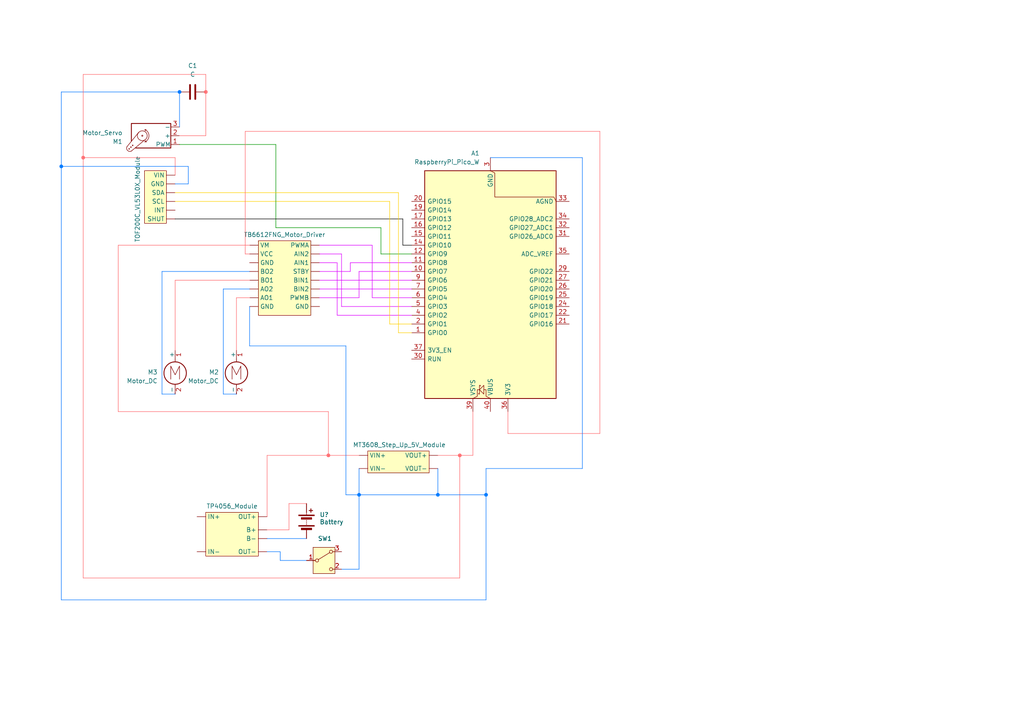
<source format=kicad_sch>
(kicad_sch (version 20250114) (generator "eeschema") (generator_version "9.0")
  (paper "A4")
  (lib_symbols
    (symbol "Device:Battery" (pin_numbers (hide yes)) (pin_names (offset 0) (hide yes))
      (property "Reference" "BT" (at 2.54 2.54 0))
      (property "Value" "Battery" (at 2.54 0 0))
      (symbol "Battery_0_1"
        (rectangle (start -2.286 1.778) (end 2.286 1.524) (fill (type outline)))
        (rectangle (start -2.286 -1.27) (end 2.286 -1.524) (fill (type outline)))
        (rectangle (start -1.524 1.016) (end 1.524 0.508) (fill (type outline)))
        (rectangle (start -1.524 -2.032) (end 1.524 -2.54) (fill (type outline)))
        (polyline (pts (xy 0 1.778) (xy 0 2.54)))
        (polyline (pts (xy 0 0) (xy 0 0.254)))
        (polyline (pts (xy 0 -0.508) (xy 0 -0.254)))
        (polyline (pts (xy 0 -1.016) (xy 0 -0.762)))
        (polyline (pts (xy 0.762 3.048) (xy 1.778 3.048)) (stroke (width 0.254)))
        (polyline (pts (xy 1.27 3.556) (xy 1.27 2.54)) (stroke (width 0.254)))
      )
      (symbol "Battery_1_1"
        (pin passive line (at 0 5.08 270) (length 2.54) (name "+") (number "1"))
        (pin passive line (at 0 -5.08 90) (length 2.54) (name "-") (number "2"))
      )
    )
    (symbol "Device:C" (pin_numbers (hide yes)) (pin_names (offset 0.254))
      (property "Reference" "C" (at 0.635 2.54 0))
      (property "Value" "C" (at 0.635 -2.54 0))
      (symbol "C_0_1"
        (polyline (pts (xy -2.032 0.762) (xy 2.032 0.762)) (stroke (width 0.508)))
        (polyline (pts (xy -2.032 -0.762) (xy 2.032 -0.762)) (stroke (width 0.508)))
      )
      (symbol "C_1_1"
        (pin passive line (at 0 3.81 270) (length 2.794) (name "~") (number "1"))
        (pin passive line (at 0 -3.81 90) (length 2.794) (name "~") (number "2"))
      )
    )
    (symbol "MCU_Module:RaspberryPi_Pico_W" (pin_names (offset 0.762))
      (property "Reference" "A" (at -19.05 35.56 0))
      (property "Value" "RaspberryPi_Pico_W" (at 7.62 35.56 0))
      (symbol "RaspberryPi_Pico_W_0_1"
        (rectangle (start -19.05 34.29) (end 19.05 -31.75) (stroke (width 0.254)) (fill (type background)))
        (polyline (pts (xy -5.08 34.29) (xy -3.81 33.655) (xy -3.81 31.75) (xy -3.175 31.75)))
        (polyline (pts (xy -3.429 32.766) (xy -3.429 33.02) (xy -3.175 33.02) (xy -3.175 30.48) (xy -2.921 30.48) (xy -2.921 30.734)))
        (polyline (pts (xy -3.175 31.75) (xy -1.905 33.02) (xy -1.905 30.48) (xy -3.175 31.75)))
        (polyline (pts (xy 0 34.29) (xy -1.27 33.655) (xy -1.27 31.75) (xy -1.905 31.75)))
        (polyline (pts (xy 0 -31.75) (xy 1.27 -31.115) (xy 1.27 -24.13) (xy 18.415 -24.13) (xy 19.05 -22.86)))
      )
      (symbol "RaspberryPi_Pico_W_1_1"
        (pin passive line (at -22.86 22.86 0) (length 3.81) (name "RUN") (number "30"))
        (pin passive line (at -22.86 20.32 0) (length 3.81) (name "3V3_EN") (number "37"))
        (pin bidirectional line (at -22.86 15.24 0) (length 3.81) (name "GPIO0") (number "1"))
        (pin bidirectional line (at -22.86 12.7 0) (length 3.81) (name "GPIO1") (number "2"))
        (pin bidirectional line (at -22.86 10.16 0) (length 3.81) (name "GPIO2") (number "4"))
        (pin bidirectional line (at -22.86 7.62 0) (length 3.81) (name "GPIO3") (number "5"))
        (pin bidirectional line (at -22.86 5.08 0) (length 3.81) (name "GPIO4") (number "6"))
        (pin bidirectional line (at -22.86 2.54 0) (length 3.81) (name "GPIO5") (number "7"))
        (pin bidirectional line (at -22.86 0 0) (length 3.81) (name "GPIO6") (number "9"))
        (pin bidirectional line (at -22.86 -2.54 0) (length 3.81) (name "GPIO7") (number "10"))
        (pin bidirectional line (at -22.86 -5.08 0) (length 3.81) (name "GPIO8") (number "11"))
        (pin bidirectional line (at -22.86 -7.62 0) (length 3.81) (name "GPIO9") (number "12"))
        (pin bidirectional line (at -22.86 -10.16 0) (length 3.81) (name "GPIO10") (number "14"))
        (pin bidirectional line (at -22.86 -12.7 0) (length 3.81) (name "GPIO11") (number "15"))
        (pin bidirectional line (at -22.86 -15.24 0) (length 3.81) (name "GPIO12") (number "16"))
        (pin bidirectional line (at -22.86 -17.78 0) (length 3.81) (name "GPIO13") (number "17"))
        (pin bidirectional line (at -22.86 -20.32 0) (length 3.81) (name "GPIO14") (number "19"))
        (pin bidirectional line (at -22.86 -22.86 0) (length 3.81) (name "GPIO15") (number "20"))
        (pin power_in line (at -5.08 38.1 270) (length 3.81) (name "VSYS") (number "39"))
        (pin power_out line (at 0 38.1 270) (length 3.81) (name "VBUS") (number "40"))
        (pin passive line (at 0 -35.56 90) (length 3.81) (hide yes) (name "GND") (number "13"))
        (pin passive line (at 0 -35.56 90) (length 3.81) (hide yes) (name "GND") (number "18"))
        (pin passive line (at 0 -35.56 90) (length 3.81) (hide yes) (name "GND") (number "23"))
        (pin passive line (at 0 -35.56 90) (length 3.81) (hide yes) (name "GND") (number "28"))
        (pin power_out line (at 0 -35.56 90) (length 3.81) (name "GND") (number "3"))
        (pin passive line (at 0 -35.56 90) (length 3.81) (hide yes) (name "GND") (number "38"))
        (pin passive line (at 0 -35.56 90) (length 3.81) (hide yes) (name "GND") (number "8"))
        (pin power_out line (at 5.08 38.1 270) (length 3.81) (name "3V3") (number "36"))
        (pin bidirectional line (at 22.86 12.7 180) (length 3.81) (name "GPIO16") (number "21"))
        (pin bidirectional line (at 22.86 10.16 180) (length 3.81) (name "GPIO17") (number "22"))
        (pin bidirectional line (at 22.86 7.62 180) (length 3.81) (name "GPIO18") (number "24"))
        (pin bidirectional line (at 22.86 5.08 180) (length 3.81) (name "GPIO19") (number "25"))
        (pin bidirectional line (at 22.86 2.54 180) (length 3.81) (name "GPIO20") (number "26"))
        (pin bidirectional line (at 22.86 0 180) (length 3.81) (name "GPIO21") (number "27"))
        (pin bidirectional line (at 22.86 -2.54 180) (length 3.81) (name "GPIO22") (number "29"))
        (pin power_in line (at 22.86 -7.62 180) (length 3.81) (name "ADC_VREF") (number "35"))
        (pin bidirectional line (at 22.86 -12.7 180) (length 3.81) (name "GPIO26_ADC0") (number "31"))
        (pin bidirectional line (at 22.86 -15.24 180) (length 3.81) (name "GPIO27_ADC1") (number "32"))
        (pin bidirectional line (at 22.86 -17.78 180) (length 3.81) (name "GPIO28_ADC2") (number "34"))
        (pin power_out line (at 22.86 -22.86 180) (length 3.81) (name "AGND") (number "33"))
      )
    )
    (symbol "Motor:Motor_DC" (pin_names (offset 0))
      (property "Reference" "M" (at 2.54 2.54 0))
      (property "Value" "Motor_DC" (at 2.54 -5.08 0))
      (symbol "Motor_DC_0_0"
        (polyline (pts (xy -1.27 -3.302) (xy -1.27 0.508) (xy 0 -2.032) (xy 1.27 0.508) (xy 1.27 -3.302)))
      )
      (symbol "Motor_DC_0_1"
        (polyline (pts (xy 0 2.032) (xy 0 2.54)))
        (polyline (pts (xy 0 1.7272) (xy 0 2.0828)))
        (circle (center 0 -1.524) (radius 3.2512) (stroke (width 0.254)))
        (polyline (pts (xy 0 -4.7752) (xy 0 -5.1816)))
        (polyline (pts (xy 0 -7.62) (xy 0 -7.112)))
      )
      (symbol "Motor_DC_1_1"
        (pin passive line (at 0 5.08 270) (length 2.54) (name "+") (number "1"))
        (pin passive line (at 0 -7.62 90) (length 2.54) (name "-") (number "2"))
      )
    )
    (symbol "Motor:Motor_Servo" (pin_names (offset 0.0254))
      (property "Reference" "M" (at -5.08 4.445 0))
      (property "Value" "Motor_Servo" (at -5.08 -4.064 0))
      (symbol "Motor_Servo_0_1"
        (polyline (pts (xy 2.413 1.778) (xy 1.905 1.778)))
        (polyline (pts (xy 2.413 1.778) (xy 2.286 1.397)))
        (polyline (pts (xy 2.413 -1.778) (xy 2.032 -1.778)))
        (polyline (pts (xy 2.413 -1.778) (xy 2.286 -1.397)))
        (arc (start 2.413 -1.778) (mid 1.2406 0) (end 2.413 1.778))
        (circle (center 3.175 0) (radius 0.1778))
        (circle (center 3.175 0) (radius 1.4224))
        (polyline (pts (xy 5.08 3.556) (xy -5.08 3.556) (xy -5.08 -3.556) (xy 6.35 -3.556) (xy 6.35 1.524)) (stroke (width 0.254)))
        (circle (center 5.969 2.794) (radius 0.127))
        (polyline (pts (xy 6.35 4.445) (xy 2.54 1.27)))
        (circle (center 6.477 3.302) (radius 0.127))
        (arc (start 6.35 4.445) (mid 7.4487 4.2737) (end 7.62 3.175))
        (circle (center 6.985 3.81) (radius 0.127))
        (polyline (pts (xy 7.62 3.175) (xy 4.191 -1.016)))
      )
      (symbol "Motor_Servo_1_1"
        (pin passive line (at -7.62 2.54 0) (length 2.54) (name "PWM") (number "1"))
        (pin passive line (at -7.62 0 0) (length 2.54) (name "+") (number "2"))
        (pin passive line (at -7.62 -2.54 0) (length 2.54) (name "-") (number "3"))
      )
    )
    (symbol "Small_car_library:MT3608DC_Step_Up_Module"
      (property "Reference" "MT3608_Step_Up_5V_Module" (at -4.064 4.572 0))
      (symbol "MT3608DC_Step_Up_Module_1_1"
        (rectangle (start -12.7 2.54) (end 5.08 -3.81) (fill (type background)))
        (pin input line (at -15.24 1.27 0) (length 2.54) (name "VIN+") (number ""))
        (pin input line (at -15.24 -2.54 0) (length 2.54) (name "VIN-") (number ""))
        (pin input line (at 7.62 1.27 180) (length 2.54) (name "VOUT+") (number ""))
        (pin input line (at 7.62 -2.54 180) (length 2.54) (name "VOUT-") (number ""))
      )
    )
    (symbol "Small_car_library:TB6612FNG_Motor_Driver"
      (property "Reference" "TB6612FNG_Motor_Driver" (at 0 9.398 0))
      (symbol "TB6612FNG_Motor_Driver_1_1"
        (rectangle (start -7.62 7.62) (end 7.62 -13.97) (fill (type background)))
        (pin input line (at -10.16 6.35 0) (length 2.54) (name "PWMA") (number ""))
        (pin input line (at -10.16 3.81 0) (length 2.54) (name "AIN2") (number ""))
        (pin input line (at -10.16 1.27 0) (length 2.54) (name "AIN1") (number ""))
        (pin input line (at -10.16 -1.27 0) (length 2.54) (name "STBY") (number ""))
        (pin input line (at -10.16 -3.81 0) (length 2.54) (name "BIN1") (number ""))
        (pin input line (at -10.16 -6.35 0) (length 2.54) (name "BIN2") (number ""))
        (pin input line (at -10.16 -8.89 0) (length 2.54) (name "PWMB") (number ""))
        (pin input line (at -10.16 -11.43 0) (length 2.54) (name "GND") (number ""))
        (pin input line (at 10.16 6.35 180) (length 2.54) (name "VM") (number ""))
        (pin input line (at 10.16 3.81 180) (length 2.54) (name "VCC") (number ""))
        (pin input line (at 10.16 1.27 180) (length 2.54) (name "GND") (number ""))
        (pin input line (at 10.16 -1.27 180) (length 2.54) (name "BO2") (number ""))
        (pin input line (at 10.16 -3.81 180) (length 2.54) (name "BO1") (number ""))
        (pin input line (at 10.16 -6.35 180) (length 2.54) (name "AO2") (number ""))
        (pin input line (at 10.16 -8.89 180) (length 2.54) (name "AO1") (number ""))
        (pin input line (at 10.16 -11.43 180) (length 2.54) (name "GND") (number ""))
      )
    )
    (symbol "Small_car_library:TOF200C-VL53L0X"
      (property "Reference" "TOF200C_VL53L0X_Module" (at 0 5.334 0))
      (symbol "TOF200C-VL53L0X_1_1"
        (rectangle (start -7.62 3.81) (end 7.62 -2.54) (fill (type background)))
        (pin input line (at -6.35 -5.08 90) (length 2.54) (name "VIN") (number ""))
        (pin input line (at -3.81 -5.08 90) (length 2.54) (name "GND") (number ""))
        (pin input line (at -1.27 -5.08 90) (length 2.54) (name "SDA") (number ""))
        (pin input line (at 1.27 -5.08 90) (length 2.54) (name "SCL") (number ""))
        (pin input line (at 3.81 -5.08 90) (length 2.54) (name "INT") (number ""))
        (pin input line (at 6.35 -5.08 90) (length 2.54) (name "SHUT") (number ""))
      )
    )
    (symbol "Small_car_library:TP4056_Module"
      (property "Reference" "TP4056_Module" (at -2.54 7.112 0))
      (symbol "TP4056_Module_1_1"
        (rectangle (start -10.16 5.08) (end 5.08 -7.62) (fill (type background)))
        (pin input line (at -12.7 3.81 0) (length 2.54) (name "IN+") (number ""))
        (pin input line (at -12.7 -6.35 0) (length 2.54) (name "IN-") (number ""))
        (pin input line (at 7.62 3.81 180) (length 2.54) (name "OUT+") (number ""))
        (pin input line (at 7.62 0 180) (length 2.54) (name "B+") (number ""))
        (pin input line (at 7.62 -2.54 180) (length 2.54) (name "B-") (number ""))
        (pin input line (at 7.62 -6.35 180) (length 2.54) (name "OUT-") (number ""))
      )
    )
    (symbol "Switch:SW_Wuerth_450301014042" (pin_names (offset 1) (hide yes))
      (property "Reference" "SW" (at 0 5.08 0))
      (property "Value" "SW_Wuerth_450301014042" (at 0 -5.08 0))
      (symbol "SW_Wuerth_450301014042_0_1"
        (circle (center -2.032 0) (radius 0.4572))
        (polyline (pts (xy -1.651 0.254) (xy 1.651 2.286)))
        (circle (center 2.032 2.54) (radius 0.4572))
        (circle (center 2.032 -2.54) (radius 0.4572))
      )
      (symbol "SW_Wuerth_450301014042_1_1"
        (rectangle (start -3.175 3.81) (end 3.175 -3.81) (fill (type background)))
        (pin passive line (at -5.08 0 0) (length 2.54) (name "B") (number "1"))
        (pin passive line (at 5.08 2.54 180) (length 2.54) (name "A") (number "3"))
        (pin passive line (at 5.08 -2.54 180) (length 2.54) (name "C") (number "2"))
      )
    )
  )
  (junction (at 140.97 143.51) (color 0 116 255 1))
  (junction (at 17.78 48.26) (color 0 116 255 1))
  (junction (at 133.35 132.08) (color 255 106 110 1))
  (junction (at 52.07 26.67) (color 0 116 255 1))
  (junction (at 24.13 45.72) (color 255 106 110 1))
  (junction (at 95.25 132.08) (color 255 106 110 1))
  (junction (at 59.69 26.67) (color 255 106 110 1))
  (junction (at 104.14 143.51) (color 0 116 255 1))
  (junction (at 127 143.51) (color 0 116 255 1))
  (wire (pts (xy 50.8 58.42) (xy 113.03 58.42)) (stroke (width 0) (color 255 209 4 1)))
  (wire (pts (xy 116.84 63.5) (xy 116.84 71.12)) (stroke (width 0) (color 0 0 0 1)))
  (wire (pts (xy 127 143.51) (xy 140.97 143.51)) (stroke (width 0) (color 0 116 255 1)))
  (wire (pts (xy 24.13 167.64) (xy 133.35 167.64)) (stroke (width 0) (color 255 106 110 1)))
  (wire (pts (xy 34.29 71.12) (xy 72.39 71.12)) (stroke (width 0) (color 255 106 110 1)))
  (wire (pts (xy 100.33 100.33) (xy 100.33 143.51)) (stroke (width 0) (color 0 116 255 1)))
  (wire (pts (xy 52.07 39.37) (xy 59.69 39.37)) (stroke (width 0) (color 255 106 110 1)))
  (wire (pts (xy 92.71 86.36) (xy 104.14 86.36)) (stroke (width 0) (color 220 0 255 1)))
  (wire (pts (xy 77.47 149.86) (xy 77.47 132.08)) (stroke (width 0) (color 255 106 110 1)))
  (wire (pts (xy 34.29 119.38) (xy 34.29 71.12)) (stroke (width 0) (color 255 106 110 1)))
  (wire (pts (xy 77.47 156.21) (xy 88.9 156.21)) (stroke (width 0) (color 0 116 255 1)))
  (wire (pts (xy 24.13 167.64) (xy 24.13 45.72)) (stroke (width 0) (color 255 106 110 1)))
  (wire (pts (xy 64.77 83.82) (xy 72.39 83.82)) (stroke (width 0) (color 0 116 255 1)))
  (wire (pts (xy 88.9 146.05) (xy 83.82 146.05)) (stroke (width 0) (color 255 106 110 1)))
  (wire (pts (xy 50.8 101.6) (xy 50.8 81.28)) (stroke (width 0) (color 255 106 110 1)))
  (wire (pts (xy 107.95 71.12) (xy 107.95 86.36)) (stroke (width 0) (color 220 0 255 1)))
  (wire (pts (xy 64.77 114.3) (xy 64.77 83.82)) (stroke (width 0) (color 0 116 255 1)))
  (wire (pts (xy 50.8 114.3) (xy 46.99 114.3)) (stroke (width 0) (color 0 116 255 1)))
  (wire (pts (xy 104.14 143.51) (xy 127 143.51)) (stroke (width 0) (color 0 116 255 1)))
  (wire (pts (xy 140.97 143.51) (xy 140.97 173.99)) (stroke (width 0) (color 0 116 255 1)))
  (wire (pts (xy 54.61 53.34) (xy 54.61 48.26)) (stroke (width 0) (color 0 116 255 1)))
  (wire (pts (xy 71.12 73.66) (xy 72.39 73.66)) (stroke (width 0) (color 255 106 110 1)))
  (wire (pts (xy 81.28 162.56) (xy 88.9 162.56)) (stroke (width 0) (color 0 116 255 1)))
  (wire (pts (xy 77.47 160.02) (xy 81.28 160.02)) (stroke (width 0) (color 0 116 255 1)))
  (wire (pts (xy 80.01 66.04) (xy 110.49 66.04)))
  (wire (pts (xy 110.49 66.04) (xy 110.49 73.66)))
  (wire (pts (xy 50.8 45.72) (xy 50.8 50.8)) (stroke (width 0) (color 255 106 110 1)))
  (wire (pts (xy 127 132.08) (xy 133.35 132.08)) (stroke (width 0) (color 255 106 110 1)))
  (wire (pts (xy 92.71 78.74) (xy 101.6 78.74)) (stroke (width 0) (color 220 0 255 1)))
  (wire (pts (xy 104.14 78.74) (xy 119.38 78.74)) (stroke (width 0) (color 220 0 255 1)))
  (wire (pts (xy 17.78 173.99) (xy 17.78 48.26)) (stroke (width 0) (color 0 116 255 1)))
  (wire (pts (xy 50.8 53.34) (xy 54.61 53.34)) (stroke (width 0) (color 0 116 255 1)))
  (wire (pts (xy 24.13 21.59) (xy 59.69 21.59)) (stroke (width 0) (color 255 106 110 1)))
  (wire (pts (xy 50.8 63.5) (xy 116.84 63.5)) (stroke (width 0) (color 0 0 0 1)))
  (wire (pts (xy 115.57 96.52) (xy 115.57 55.88)) (stroke (width 0) (color 255 209 4 1)))
  (wire (pts (xy 52.07 26.67) (xy 52.07 36.83)) (stroke (width 0) (color 0 116 255 1)))
  (wire (pts (xy 97.79 76.2) (xy 97.79 91.44)) (stroke (width 0) (color 220 0 255 1)))
  (wire (pts (xy 80.01 41.91) (xy 80.01 66.04)))
  (wire (pts (xy 99.06 88.9) (xy 119.38 88.9)) (stroke (width 0) (color 220 0 255 1)))
  (wire (pts (xy 59.69 21.59) (xy 59.69 26.67)) (stroke (width 0) (color 255 106 110 1)))
  (wire (pts (xy 142.24 45.72) (xy 168.91 45.72)) (stroke (width 0) (color 0 116 255 1)))
  (wire (pts (xy 92.71 73.66) (xy 99.06 73.66)) (stroke (width 0) (color 220 0 255 1)))
  (wire (pts (xy 17.78 26.67) (xy 17.78 48.26)) (stroke (width 0) (color 0 116 255 1)))
  (wire (pts (xy 92.71 71.12) (xy 107.95 71.12)) (stroke (width 0) (color 220 0 255 1)))
  (wire (pts (xy 104.14 86.36) (xy 104.14 78.74)) (stroke (width 0) (color 220 0 255 1)))
  (wire (pts (xy 127 135.89) (xy 127 143.51)) (stroke (width 0) (color 0 116 255 1)))
  (wire (pts (xy 46.99 78.74) (xy 72.39 78.74)) (stroke (width 0) (color 0 116 255 1)))
  (wire (pts (xy 168.91 135.89) (xy 168.91 45.72)) (stroke (width 0) (color 0 116 255 1)))
  (wire (pts (xy 71.12 38.1) (xy 71.12 73.66)) (stroke (width 0) (color 255 106 110 1)))
  (wire (pts (xy 116.84 71.12) (xy 119.38 71.12)) (stroke (width 0) (color 0 0 0 1)))
  (wire (pts (xy 92.71 76.2) (xy 97.79 76.2)) (stroke (width 0) (color 220 0 255 1)))
  (wire (pts (xy 140.97 173.99) (xy 17.78 173.99)) (stroke (width 0) (color 0 116 255 1)))
  (wire (pts (xy 68.58 114.3) (xy 64.77 114.3)) (stroke (width 0) (color 0 116 255 1)))
  (wire (pts (xy 173.99 38.1) (xy 71.12 38.1)) (stroke (width 0) (color 255 106 110 1)))
  (wire (pts (xy 17.78 26.67) (xy 52.07 26.67)) (stroke (width 0) (color 0 116 255 1)))
  (wire (pts (xy 83.82 146.05) (xy 83.82 153.67)) (stroke (width 0) (color 255 106 110 1)))
  (wire (pts (xy 24.13 45.72) (xy 50.8 45.72)) (stroke (width 0) (color 255 106 110 1)))
  (wire (pts (xy 95.25 119.38) (xy 34.29 119.38)) (stroke (width 0) (color 255 106 110 1)))
  (wire (pts (xy 72.39 86.36) (xy 68.58 86.36)) (stroke (width 0) (color 255 106 110 1)))
  (wire (pts (xy 147.32 125.73) (xy 173.99 125.73)) (stroke (width 0) (color 255 106 110 1)))
  (wire (pts (xy 101.6 78.74) (xy 101.6 76.2)) (stroke (width 0) (color 220 0 255 1)))
  (wire (pts (xy 59.69 39.37) (xy 59.69 26.67)) (stroke (width 0) (color 255 106 110 1)))
  (wire (pts (xy 95.25 119.38) (xy 95.25 132.08)) (stroke (width 0) (color 255 106 110 1)))
  (wire (pts (xy 104.14 135.89) (xy 104.14 143.51)) (stroke (width 0) (color 0 116 255 1)))
  (wire (pts (xy 107.95 86.36) (xy 119.38 86.36)) (stroke (width 0) (color 220 0 255 1)))
  (wire (pts (xy 173.99 125.73) (xy 173.99 38.1)) (stroke (width 0) (color 255 106 110 1)))
  (wire (pts (xy 133.35 132.08) (xy 137.16 132.08)) (stroke (width 0) (color 255 106 110 1)))
  (wire (pts (xy 110.49 73.66) (xy 119.38 73.66)))
  (wire (pts (xy 81.28 160.02) (xy 81.28 162.56)) (stroke (width 0) (color 0 116 255 1)))
  (wire (pts (xy 24.13 21.59) (xy 24.13 45.72)) (stroke (width 0) (color 255 106 110 1)))
  (wire (pts (xy 140.97 135.89) (xy 140.97 143.51)) (stroke (width 0) (color 0 116 255 1)))
  (wire (pts (xy 99.06 165.1) (xy 104.14 165.1)) (stroke (width 0) (color 0 116 255 1)))
  (wire (pts (xy 104.14 143.51) (xy 104.14 165.1)) (stroke (width 0) (color 0 116 255 1)))
  (wire (pts (xy 100.33 143.51) (xy 104.14 143.51)) (stroke (width 0) (color 0 116 255 1)))
  (wire (pts (xy 50.8 81.28) (xy 72.39 81.28)) (stroke (width 0) (color 255 106 110 1)))
  (wire (pts (xy 46.99 114.3) (xy 46.99 78.74)) (stroke (width 0) (color 0 116 255 1)))
  (wire (pts (xy 68.58 101.6) (xy 68.58 86.36)) (stroke (width 0) (color 255 106 110 1)))
  (wire (pts (xy 95.25 132.08) (xy 104.14 132.08)) (stroke (width 0) (color 255 106 110 1)))
  (wire (pts (xy 147.32 119.38) (xy 147.32 125.73)) (stroke (width 0) (color 255 106 110 1)))
  (wire (pts (xy 101.6 76.2) (xy 119.38 76.2)) (stroke (width 0) (color 220 0 255 1)))
  (wire (pts (xy 72.39 100.33) (xy 100.33 100.33)) (stroke (width 0) (color 0 116 255 1)))
  (wire (pts (xy 72.39 88.9) (xy 72.39 100.33)) (stroke (width 0) (color 0 116 255 1)))
  (wire (pts (xy 92.71 83.82) (xy 119.38 83.82)) (stroke (width 0) (color 220 0 255 1)))
  (wire (pts (xy 133.35 132.08) (xy 133.35 167.64)) (stroke (width 0) (color 255 106 110 1)))
  (wire (pts (xy 140.97 135.89) (xy 168.91 135.89)) (stroke (width 0) (color 0 116 255 1)))
  (wire (pts (xy 97.79 91.44) (xy 119.38 91.44)) (stroke (width 0) (color 220 0 255 1)))
  (wire (pts (xy 99.06 73.66) (xy 99.06 88.9)) (stroke (width 0) (color 220 0 255 1)))
  (wire (pts (xy 77.47 132.08) (xy 95.25 132.08)) (stroke (width 0) (color 255 106 110 1)))
  (wire (pts (xy 113.03 93.98) (xy 113.03 58.42)) (stroke (width 0) (color 255 209 4 1)))
  (wire (pts (xy 50.8 55.88) (xy 115.57 55.88)) (stroke (width 0) (color 255 209 4 1)))
  (wire (pts (xy 83.82 153.67) (xy 77.47 153.67)) (stroke (width 0) (color 255 106 110 1)))
  (wire (pts (xy 92.71 81.28) (xy 119.38 81.28)) (stroke (width 0) (color 220 0 255 1)))
  (wire (pts (xy 17.78 48.26) (xy 54.61 48.26)) (stroke (width 0) (color 0 116 255 1)))
  (wire (pts (xy 119.38 96.52) (xy 115.57 96.52)) (stroke (width 0) (color 255 209 4 1)))
  (wire (pts (xy 119.38 93.98) (xy 113.03 93.98)) (stroke (width 0) (color 255 209 4 1)))
  (wire (pts (xy 137.16 119.38) (xy 137.16 132.08)) (stroke (width 0) (color 255 106 110 1)))
  (wire (pts (xy 52.07 41.91) (xy 80.01 41.91)))
  (symbol (lib_id "Motor:Motor_DC") (at 68.58 106.68 0) (mirror y) (unit 1)
    (property "Reference" "M2" (at 63.5 107.9499 0) (effects (justify left)))
    (property "Value" "Motor_DC" (at 63.5 110.4899 0) (effects (justify left)))
    (property "Description" "DC Motor" (effects (hide yes)))
  )
  (symbol (lib_id "Small_car_library:TP4056_Module") (at 69.85 153.67 0) (unit 1)
    (property "Reference" "TP4056_Module" (at 67.31 146.812 0))
  )
  (symbol (lib_id "Device:Battery") (at 88.9 151.13 0) (unit 1)
    (property "Value" "Battery" (at 92.71 151.384 0) (effects (justify left)))
    (property "Description" "Multiple-cell battery" (effects (hide yes)))
  )
  (symbol (lib_id "Small_car_library:MT3608DC_Step_Up_Module") (at 119.38 133.35 0) (unit 1)
    (property "Reference" "MT3608_Step_Up_5V_Module" (at 115.824 129.032 0))
  )
  (symbol (lib_id "Motor:Motor_Servo") (at 44.45 39.37 180) (unit 1)
    (property "Reference" "M1" (at 35.56 41.0732 0) (effects (justify left)))
    (property "Value" "Motor_Servo" (at 35.56 38.5332 0) (effects (justify left)))
    (property "Datasheet" "http://forums.parallax.com/uploads/attachments/46831/74481.png" (effects (hide yes)))
    (property "Description" "Servo Motor (Futaba, HiTec, JR connector)" (effects (hide yes)))
  )
  (symbol (lib_id "Switch:SW_Wuerth_450301014042") (at 93.98 162.56 0) (unit 1)
    (property "Reference" "SW1" (at 94.234 156.21 0))
    (property "Value" "SW_Wuerth_450301014042" (effects (hide yes)))
    (property "Footprint" "Button_Switch_THT:SW_Slide-03_Wuerth-WS-SLTV_10x2.5x6.4_P2.54mm" (effects (hide yes)))
    (property "Datasheet" "https://www.we-online.com/components/products/datasheet/450301014042.pdf" (effects (hide yes)))
    (property "Description" "Switch slide, single pole double throw" (effects (hide yes)))
  )
  (symbol (lib_id "MCU_Module:RaspberryPi_Pico_W") (at 142.24 81.28 0) (mirror x) (unit 1)
    (property "Reference" "A1" (at 139.1219 44.45 0) (effects (justify right)))
    (property "Value" "RaspberryPi_Pico_W" (at 139.1219 46.99 0) (effects (justify right)))
    (property "Footprint" "Module:RaspberryPi_Pico_W_SMD_HandSolder" (effects (hide yes)))
    (property "Datasheet" "https://datasheets.raspberrypi.com/picow/pico-w-datasheet.pdf" (effects (hide yes)))
    (property "Description" "Versatile and inexpensive wireless microcontroller module powered by RP2040 dual-core Arm Cortex-M0+ processor up to 133 MHz, 264kB SRAM, 2MB QSPI flash, Infineon CYW43439 2.4GHz 802.11n wireless LAN; also supports Raspberry Pi Pico 2 W" (effects (hide yes)))
  )
  (symbol (lib_id "Small_car_library:TB6612FNG_Motor_Driver") (at 82.55 77.47 0) (mirror y) (unit 1)
    (property "Reference" "TB6612FNG_Motor_Driver" (at 82.55 68.072 0))
  )
  (symbol (lib_id "Motor:Motor_DC") (at 50.8 106.68 0) (mirror y) (unit 1)
    (property "Reference" "M3" (at 45.72 107.9499 0) (effects (justify left)))
    (property "Value" "Motor_DC" (at 45.72 110.4899 0) (effects (justify left)))
    (property "Description" "DC Motor" (effects (hide yes)))
  )
  (symbol (lib_id "Device:C") (at 55.88 26.67 90) (unit 1)
    (property "Reference" "C1" (at 55.88 19.05 90))
    (property "Value" "C" (at 55.88 21.59 90))
    (property "Description" "Unpolarized capacitor" (effects (hide yes)))
  )
  (symbol (lib_id "Small_car_library:TOF200C-VL53L0X") (at 45.72 57.15 90) (mirror x) (unit 1)
    (property "Reference" "TOF200C_VL53L0X_Module" (at 39.878 45.212 0) (effects (justify left)))
  )
)
</source>
